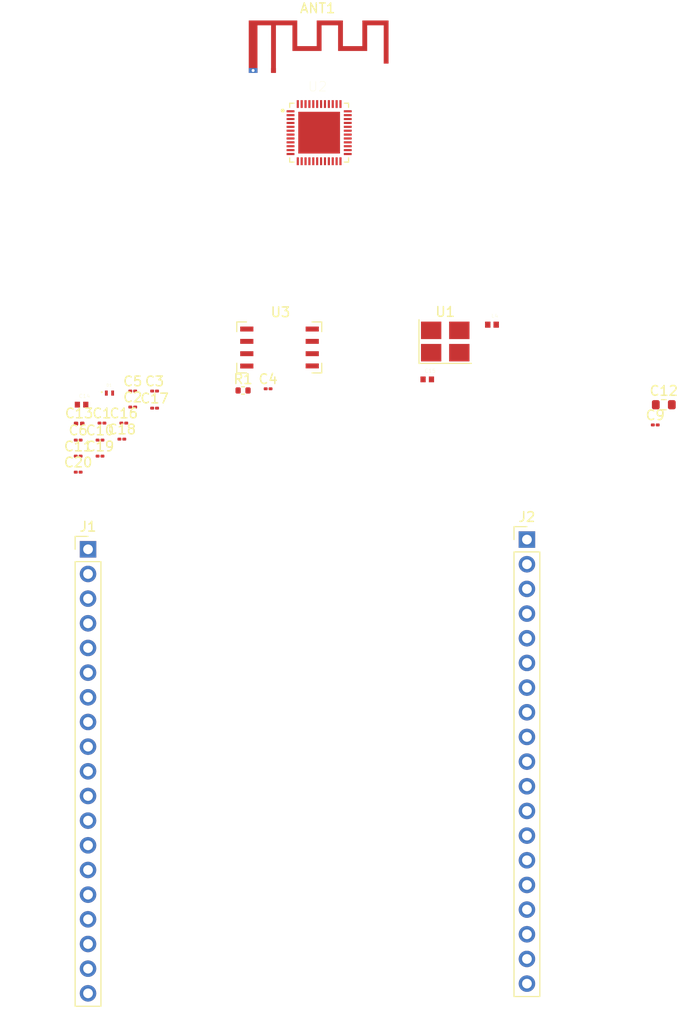
<source format=kicad_pcb>
(kicad_pcb (version 20171130) (host pcbnew 5.1.7-a382d34a8~88~ubuntu18.04.1)

  (general
    (thickness 1.6)
    (drawings 2)
    (tracks 0)
    (zones 0)
    (modules 27)
    (nets 49)
  )

  (page A4)
  (layers
    (0 F.Cu signal)
    (31 B.Cu signal)
    (32 B.Adhes user)
    (33 F.Adhes user)
    (34 B.Paste user hide)
    (35 F.Paste user)
    (36 B.SilkS user)
    (37 F.SilkS user)
    (38 B.Mask user)
    (39 F.Mask user)
    (40 Dwgs.User user)
    (41 Cmts.User user)
    (42 Eco1.User user)
    (43 Eco2.User user)
    (44 Edge.Cuts user)
    (45 Margin user)
    (46 B.CrtYd user)
    (47 F.CrtYd user)
    (48 B.Fab user)
    (49 F.Fab user)
  )

  (setup
    (last_trace_width 0.25)
    (trace_clearance 0.2)
    (zone_clearance 0.508)
    (zone_45_only no)
    (trace_min 0.2)
    (via_size 0.8)
    (via_drill 0.4)
    (via_min_size 0.4)
    (via_min_drill 0.3)
    (uvia_size 0.3)
    (uvia_drill 0.1)
    (uvias_allowed no)
    (uvia_min_size 0.2)
    (uvia_min_drill 0.1)
    (edge_width 0.05)
    (segment_width 0.2)
    (pcb_text_width 0.3)
    (pcb_text_size 1.5 1.5)
    (mod_edge_width 0.12)
    (mod_text_size 1 1)
    (mod_text_width 0.15)
    (pad_size 1.524 1.524)
    (pad_drill 0.762)
    (pad_to_mask_clearance 0)
    (aux_axis_origin 0 0)
    (visible_elements FFFFF77F)
    (pcbplotparams
      (layerselection 0x010fc_ffffffff)
      (usegerberextensions false)
      (usegerberattributes true)
      (usegerberadvancedattributes true)
      (creategerberjobfile true)
      (excludeedgelayer true)
      (linewidth 0.100000)
      (plotframeref false)
      (viasonmask false)
      (mode 1)
      (useauxorigin false)
      (hpglpennumber 1)
      (hpglpenspeed 20)
      (hpglpendiameter 15.000000)
      (psnegative false)
      (psa4output false)
      (plotreference true)
      (plotvalue true)
      (plotinvisibletext false)
      (padsonsilk false)
      (subtractmaskfromsilk false)
      (outputformat 1)
      (mirror false)
      (drillshape 1)
      (scaleselection 1)
      (outputdirectory ""))
  )

  (net 0 "")
  (net 1 GND)
  (net 2 "Net-(ANT1-Pad1)")
  (net 3 "Net-(C1-Pad2)")
  (net 4 "Net-(C2-Pad2)")
  (net 5 VDD)
  (net 6 "Net-(C5-Pad2)")
  (net 7 "Net-(C6-Pad2)")
  (net 8 "Net-(C14-Pad1)")
  (net 9 "Net-(C16-Pad1)")
  (net 10 "Net-(C16-Pad2)")
  (net 11 "Net-(C17-Pad2)")
  (net 12 "Net-(C17-Pad1)")
  (net 13 VDDA)
  (net 14 /CHIP_PU)
  (net 15 /SENSOR_VP)
  (net 16 /SENSOR_VN)
  (net 17 /GPIO34)
  (net 18 /GPIO35)
  (net 19 /GPIO32)
  (net 20 /GPIO33)
  (net 21 /GPIO25)
  (net 22 /GPIO26)
  (net 23 /GPIO27)
  (net 24 /GPIO14)
  (net 25 /GPIO12)
  (net 26 /GPIO13)
  (net 27 /SHDSD2)
  (net 28 /SWPSD3)
  (net 29 /SCSCMD)
  (net 30 /GPIO0)
  (net 31 /GPIO4)
  (net 32 /GPIO16)
  (net 33 /GPIO17)
  (net 34 /GPIO5)
  (net 35 /GPIO18)
  (net 36 /GPIO19)
  (net 37 "Net-(J2-Pad12)")
  (net 38 /GPIO21)
  (net 39 /U0RXD)
  (net 40 /U0TXD)
  (net 41 /GPIO22)
  (net 42 /GPIO23)
  (net 43 /GPIO2)
  (net 44 /GPIO15)
  (net 45 /SDISD1)
  (net 46 /SDOSD0)
  (net 47 /SCKCLK)
  (net 48 GNDREF)

  (net_class Default "This is the default net class."
    (clearance 0.2)
    (trace_width 0.25)
    (via_dia 0.8)
    (via_drill 0.4)
    (uvia_dia 0.3)
    (uvia_drill 0.1)
    (add_net /CHIP_PU)
    (add_net /GPIO0)
    (add_net /GPIO12)
    (add_net /GPIO13)
    (add_net /GPIO14)
    (add_net /GPIO15)
    (add_net /GPIO16)
    (add_net /GPIO17)
    (add_net /GPIO18)
    (add_net /GPIO19)
    (add_net /GPIO2)
    (add_net /GPIO21)
    (add_net /GPIO22)
    (add_net /GPIO23)
    (add_net /GPIO25)
    (add_net /GPIO26)
    (add_net /GPIO27)
    (add_net /GPIO32)
    (add_net /GPIO33)
    (add_net /GPIO34)
    (add_net /GPIO35)
    (add_net /GPIO4)
    (add_net /GPIO5)
    (add_net /SCKCLK)
    (add_net /SCSCMD)
    (add_net /SDISD1)
    (add_net /SDOSD0)
    (add_net /SENSOR_VN)
    (add_net /SENSOR_VP)
    (add_net /SHDSD2)
    (add_net /SWPSD3)
    (add_net /U0RXD)
    (add_net /U0TXD)
    (add_net GND)
    (add_net GNDREF)
    (add_net "Net-(ANT1-Pad1)")
    (add_net "Net-(C1-Pad2)")
    (add_net "Net-(C14-Pad1)")
    (add_net "Net-(C16-Pad1)")
    (add_net "Net-(C16-Pad2)")
    (add_net "Net-(C17-Pad1)")
    (add_net "Net-(C17-Pad2)")
    (add_net "Net-(C2-Pad2)")
    (add_net "Net-(C5-Pad2)")
    (add_net "Net-(C6-Pad2)")
    (add_net "Net-(J2-Pad12)")
    (add_net VDD)
    (add_net VDDA)
  )

  (module RF_Antenna:Texas_SWRA117D_2.4GHz_Right (layer F.Cu) (tedit 5996791A) (tstamp 60519C25)
    (at 295.9 -112.2)
    (descr http://www.ti.com/lit/an/swra117d/swra117d.pdf)
    (tags "PCB antenna")
    (path /605C29C7)
    (attr virtual)
    (fp_text reference ANT1 (at 4.55 -6.41) (layer F.SilkS)
      (effects (font (size 1 1) (thickness 0.15)))
    )
    (fp_text value PCB_ANT (at 4.55 1.21) (layer F.Fab)
      (effects (font (size 1 1) (thickness 0.15)))
    )
    (fp_poly (pts (xy 2.45 -2.51) (xy 4.45 -2.51) (xy 4.45 -5.15) (xy 7.15 -5.15)
      (xy 7.15 -2.51) (xy 9.15 -2.51) (xy 9.15 -5.15) (xy 11.85 -5.15)
      (xy 11.85 -0.71) (xy 11.35 -0.71) (xy 11.35 -4.65) (xy 9.65 -4.65)
      (xy 9.65 -2.01) (xy 6.65 -2.01) (xy 6.65 -4.65) (xy 4.95 -4.65)
      (xy 4.95 -2.01) (xy 1.95 -2.01) (xy 1.95 -4.65) (xy 0.25 -4.65)
      (xy 0.25 0.25) (xy -0.25 0.25) (xy -0.25 -4.65) (xy -1.65 -4.65)
      (xy -1.65 0.25) (xy -2.55 0.25) (xy -2.55 0.006785) (xy -2.247583 0.006785)
      (xy -2.237742 0.054395) (xy -2.213674 0.096797) (xy -2.175731 0.129581) (xy -2.167819 0.133935)
      (xy -2.125156 0.146043) (xy -2.076637 0.1453) (xy -2.031122 0.1324) (xy -2.012511 0.121787)
      (xy -1.978868 0.086553) (xy -1.958309 0.041368) (xy -1.951778 -0.008158) (xy -1.960218 -0.056417)
      (xy -1.977112 -0.088643) (xy -2.012372 -0.121313) (xy -2.057682 -0.141408) (xy -2.107267 -0.147982)
      (xy -2.155353 -0.140092) (xy -2.188245 -0.123186) (xy -2.223185 -0.086416) (xy -2.242847 -0.041622)
      (xy -2.247583 0.006785) (xy -2.55 0.006785) (xy -2.55 -5.15) (xy 2.45 -5.15)
      (xy 2.45 -2.51)) (layer F.Cu) (width 0))
    (fp_line (start -3.05 -5.45) (end 12.15 -5.45) (layer Dwgs.User) (width 0.15))
    (fp_line (start -3.05 -0.25) (end 12.15 -0.25) (layer Dwgs.User) (width 0.15))
    (fp_line (start -3.05 -0.25) (end -3.05 -5.45) (layer Dwgs.User) (width 0.15))
    (fp_line (start 12.15 -0.25) (end 12.15 -5.45) (layer Dwgs.User) (width 0.15))
    (fp_line (start -3.05 -5.45) (end 12.15 -0.25) (layer Dwgs.User) (width 0.15))
    (fp_line (start -3.05 -0.25) (end 12.15 -5.45) (layer Dwgs.User) (width 0.15))
    (fp_line (start -3.2 -5.6) (end 12.3 -5.6) (layer F.CrtYd) (width 0.05))
    (fp_line (start 12.3 -5.6) (end 12.3 0.35) (layer F.CrtYd) (width 0.05))
    (fp_line (start 12.3 0.35) (end -3.2 0.35) (layer F.CrtYd) (width 0.05))
    (fp_line (start -3.2 0.35) (end -3.2 -5.6) (layer F.CrtYd) (width 0.05))
    (fp_line (start 12.3 -5.6) (end 12.3 0.35) (layer F.Fab) (width 0.15))
    (fp_line (start -3.2 0.35) (end -3.2 -5.6) (layer F.Fab) (width 0.15))
    (fp_line (start 12.3 0.35) (end -3.2 0.35) (layer F.Fab) (width 0.15))
    (fp_line (start -3.2 -5.6) (end 12.3 -5.6) (layer F.Fab) (width 0.15))
    (fp_text user %R (at 4.55 -6.4) (layer F.Fab)
      (effects (font (size 1 1) (thickness 0.15)))
    )
    (pad 2 thru_hole rect (at -2.1 0) (size 0.9 0.5) (drill 0.3) (layers *.Cu)
      (net 1 GND) (zone_connect 2))
    (pad 1 connect rect (at 0 0) (size 0.5 0.5) (layers F.Cu)
      (net 2 "Net-(ANT1-Pad1)"))
  )

  (module Capacitor_SMD:C_01005_0402Metric (layer F.Cu) (tedit 5F68FEEE) (tstamp 60519C36)
    (at 278.235001 -75.894999)
    (descr "Capacitor SMD 01005 (0402 Metric), square (rectangular) end terminal, IPC_7351 nominal, (Body size source: http://www.vishay.com/docs/20056/crcw01005e3.pdf), generated with kicad-footprint-generator")
    (tags capacitor)
    (path /60497464)
    (attr smd)
    (fp_text reference C1 (at 0 -1) (layer F.SilkS)
      (effects (font (size 1 1) (thickness 0.15)))
    )
    (fp_text value 22pF (at 0 1) (layer F.Fab)
      (effects (font (size 1 1) (thickness 0.15)))
    )
    (fp_line (start 0.6 0.3) (end -0.6 0.3) (layer F.CrtYd) (width 0.05))
    (fp_line (start 0.6 -0.3) (end 0.6 0.3) (layer F.CrtYd) (width 0.05))
    (fp_line (start -0.6 -0.3) (end 0.6 -0.3) (layer F.CrtYd) (width 0.05))
    (fp_line (start -0.6 0.3) (end -0.6 -0.3) (layer F.CrtYd) (width 0.05))
    (fp_line (start 0.2 0.1) (end -0.2 0.1) (layer F.Fab) (width 0.1))
    (fp_line (start 0.2 -0.1) (end 0.2 0.1) (layer F.Fab) (width 0.1))
    (fp_line (start -0.2 -0.1) (end 0.2 -0.1) (layer F.Fab) (width 0.1))
    (fp_line (start -0.2 0.1) (end -0.2 -0.1) (layer F.Fab) (width 0.1))
    (fp_text user %R (at 0 -0.62) (layer F.Fab)
      (effects (font (size 0.25 0.25) (thickness 0.04)))
    )
    (pad 2 smd roundrect (at 0.25 0) (size 0.4 0.3) (layers F.Cu F.Mask) (roundrect_rratio 0.25)
      (net 3 "Net-(C1-Pad2)"))
    (pad 1 smd roundrect (at -0.25 0) (size 0.4 0.3) (layers F.Cu F.Mask) (roundrect_rratio 0.25)
      (net 1 GND))
    (pad "" smd roundrect (at 0.275 0) (size 0.27 0.27) (layers F.Paste) (roundrect_rratio 0.25))
    (pad "" smd roundrect (at -0.275 0) (size 0.27 0.27) (layers F.Paste) (roundrect_rratio 0.25))
    (model ${KISYS3DMOD}/Capacitor_SMD.3dshapes/C_01005_0402Metric.wrl
      (at (xyz 0 0 0))
      (scale (xyz 1 1 1))
      (rotate (xyz 0 0 0))
    )
  )

  (module Capacitor_SMD:C_01005_0402Metric (layer F.Cu) (tedit 5F68FEEE) (tstamp 60519C47)
    (at 281.405001 -77.544999)
    (descr "Capacitor SMD 01005 (0402 Metric), square (rectangular) end terminal, IPC_7351 nominal, (Body size source: http://www.vishay.com/docs/20056/crcw01005e3.pdf), generated with kicad-footprint-generator")
    (tags capacitor)
    (path /604A05DE)
    (attr smd)
    (fp_text reference C2 (at 0 -1) (layer F.SilkS)
      (effects (font (size 1 1) (thickness 0.15)))
    )
    (fp_text value 22pF (at 0 1) (layer F.Fab)
      (effects (font (size 1 1) (thickness 0.15)))
    )
    (fp_line (start 0.6 0.3) (end -0.6 0.3) (layer F.CrtYd) (width 0.05))
    (fp_line (start 0.6 -0.3) (end 0.6 0.3) (layer F.CrtYd) (width 0.05))
    (fp_line (start -0.6 -0.3) (end 0.6 -0.3) (layer F.CrtYd) (width 0.05))
    (fp_line (start -0.6 0.3) (end -0.6 -0.3) (layer F.CrtYd) (width 0.05))
    (fp_line (start 0.2 0.1) (end -0.2 0.1) (layer F.Fab) (width 0.1))
    (fp_line (start 0.2 -0.1) (end 0.2 0.1) (layer F.Fab) (width 0.1))
    (fp_line (start -0.2 -0.1) (end 0.2 -0.1) (layer F.Fab) (width 0.1))
    (fp_line (start -0.2 0.1) (end -0.2 -0.1) (layer F.Fab) (width 0.1))
    (fp_text user %R (at 0 -0.62) (layer F.Fab)
      (effects (font (size 0.25 0.25) (thickness 0.04)))
    )
    (pad 2 smd roundrect (at 0.25 0) (size 0.4 0.3) (layers F.Cu F.Mask) (roundrect_rratio 0.25)
      (net 4 "Net-(C2-Pad2)"))
    (pad 1 smd roundrect (at -0.25 0) (size 0.4 0.3) (layers F.Cu F.Mask) (roundrect_rratio 0.25)
      (net 1 GND))
    (pad "" smd roundrect (at 0.275 0) (size 0.27 0.27) (layers F.Paste) (roundrect_rratio 0.25))
    (pad "" smd roundrect (at -0.275 0) (size 0.27 0.27) (layers F.Paste) (roundrect_rratio 0.25))
    (model ${KISYS3DMOD}/Capacitor_SMD.3dshapes/C_01005_0402Metric.wrl
      (at (xyz 0 0 0))
      (scale (xyz 1 1 1))
      (rotate (xyz 0 0 0))
    )
  )

  (module Capacitor_SMD:C_01005_0402Metric (layer F.Cu) (tedit 5F68FEEE) (tstamp 60519C58)
    (at 283.655001 -79.194999)
    (descr "Capacitor SMD 01005 (0402 Metric), square (rectangular) end terminal, IPC_7351 nominal, (Body size source: http://www.vishay.com/docs/20056/crcw01005e3.pdf), generated with kicad-footprint-generator")
    (tags capacitor)
    (path /604C6281)
    (attr smd)
    (fp_text reference C3 (at 0 -1) (layer F.SilkS)
      (effects (font (size 1 1) (thickness 0.15)))
    )
    (fp_text value 100pF (at 0 1) (layer F.Fab)
      (effects (font (size 1 1) (thickness 0.15)))
    )
    (fp_line (start -0.2 0.1) (end -0.2 -0.1) (layer F.Fab) (width 0.1))
    (fp_line (start -0.2 -0.1) (end 0.2 -0.1) (layer F.Fab) (width 0.1))
    (fp_line (start 0.2 -0.1) (end 0.2 0.1) (layer F.Fab) (width 0.1))
    (fp_line (start 0.2 0.1) (end -0.2 0.1) (layer F.Fab) (width 0.1))
    (fp_line (start -0.6 0.3) (end -0.6 -0.3) (layer F.CrtYd) (width 0.05))
    (fp_line (start -0.6 -0.3) (end 0.6 -0.3) (layer F.CrtYd) (width 0.05))
    (fp_line (start 0.6 -0.3) (end 0.6 0.3) (layer F.CrtYd) (width 0.05))
    (fp_line (start 0.6 0.3) (end -0.6 0.3) (layer F.CrtYd) (width 0.05))
    (fp_text user %R (at 0 -0.62) (layer F.Fab)
      (effects (font (size 0.25 0.25) (thickness 0.04)))
    )
    (pad "" smd roundrect (at -0.275 0) (size 0.27 0.27) (layers F.Paste) (roundrect_rratio 0.25))
    (pad "" smd roundrect (at 0.275 0) (size 0.27 0.27) (layers F.Paste) (roundrect_rratio 0.25))
    (pad 1 smd roundrect (at -0.25 0) (size 0.4 0.3) (layers F.Cu F.Mask) (roundrect_rratio 0.25)
      (net 5 VDD))
    (pad 2 smd roundrect (at 0.25 0) (size 0.4 0.3) (layers F.Cu F.Mask) (roundrect_rratio 0.25)
      (net 1 GND))
    (model ${KISYS3DMOD}/Capacitor_SMD.3dshapes/C_01005_0402Metric.wrl
      (at (xyz 0 0 0))
      (scale (xyz 1 1 1))
      (rotate (xyz 0 0 0))
    )
  )

  (module Capacitor_SMD:C_01005_0402Metric (layer F.Cu) (tedit 5F68FEEE) (tstamp 60519C69)
    (at 295.345001 -79.424999)
    (descr "Capacitor SMD 01005 (0402 Metric), square (rectangular) end terminal, IPC_7351 nominal, (Body size source: http://www.vishay.com/docs/20056/crcw01005e3.pdf), generated with kicad-footprint-generator")
    (tags capacitor)
    (path /604B96F3)
    (attr smd)
    (fp_text reference C4 (at 0 -1) (layer F.SilkS)
      (effects (font (size 1 1) (thickness 0.15)))
    )
    (fp_text value 0.1uF (at 0 1) (layer F.Fab)
      (effects (font (size 1 1) (thickness 0.15)))
    )
    (fp_line (start -0.2 0.1) (end -0.2 -0.1) (layer F.Fab) (width 0.1))
    (fp_line (start -0.2 -0.1) (end 0.2 -0.1) (layer F.Fab) (width 0.1))
    (fp_line (start 0.2 -0.1) (end 0.2 0.1) (layer F.Fab) (width 0.1))
    (fp_line (start 0.2 0.1) (end -0.2 0.1) (layer F.Fab) (width 0.1))
    (fp_line (start -0.6 0.3) (end -0.6 -0.3) (layer F.CrtYd) (width 0.05))
    (fp_line (start -0.6 -0.3) (end 0.6 -0.3) (layer F.CrtYd) (width 0.05))
    (fp_line (start 0.6 -0.3) (end 0.6 0.3) (layer F.CrtYd) (width 0.05))
    (fp_line (start 0.6 0.3) (end -0.6 0.3) (layer F.CrtYd) (width 0.05))
    (fp_text user %R (at 0 -0.62) (layer F.Fab)
      (effects (font (size 0.25 0.25) (thickness 0.04)))
    )
    (pad "" smd roundrect (at -0.275 0) (size 0.27 0.27) (layers F.Paste) (roundrect_rratio 0.25))
    (pad "" smd roundrect (at 0.275 0) (size 0.27 0.27) (layers F.Paste) (roundrect_rratio 0.25))
    (pad 1 smd roundrect (at -0.25 0) (size 0.4 0.3) (layers F.Cu F.Mask) (roundrect_rratio 0.25)
      (net 1 GND))
    (pad 2 smd roundrect (at 0.25 0) (size 0.4 0.3) (layers F.Cu F.Mask) (roundrect_rratio 0.25)
      (net 5 VDD))
    (model ${KISYS3DMOD}/Capacitor_SMD.3dshapes/C_01005_0402Metric.wrl
      (at (xyz 0 0 0))
      (scale (xyz 1 1 1))
      (rotate (xyz 0 0 0))
    )
  )

  (module Capacitor_SMD:C_01005_0402Metric (layer F.Cu) (tedit 5F68FEEE) (tstamp 60519C7A)
    (at 281.405001 -79.194999)
    (descr "Capacitor SMD 01005 (0402 Metric), square (rectangular) end terminal, IPC_7351 nominal, (Body size source: http://www.vishay.com/docs/20056/crcw01005e3.pdf), generated with kicad-footprint-generator")
    (tags capacitor)
    (path /60477020)
    (attr smd)
    (fp_text reference C5 (at 0 -1) (layer F.SilkS)
      (effects (font (size 1 1) (thickness 0.15)))
    )
    (fp_text value 10nF (at 0 1) (layer F.Fab)
      (effects (font (size 1 1) (thickness 0.15)))
    )
    (fp_line (start -0.2 0.1) (end -0.2 -0.1) (layer F.Fab) (width 0.1))
    (fp_line (start -0.2 -0.1) (end 0.2 -0.1) (layer F.Fab) (width 0.1))
    (fp_line (start 0.2 -0.1) (end 0.2 0.1) (layer F.Fab) (width 0.1))
    (fp_line (start 0.2 0.1) (end -0.2 0.1) (layer F.Fab) (width 0.1))
    (fp_line (start -0.6 0.3) (end -0.6 -0.3) (layer F.CrtYd) (width 0.05))
    (fp_line (start -0.6 -0.3) (end 0.6 -0.3) (layer F.CrtYd) (width 0.05))
    (fp_line (start 0.6 -0.3) (end 0.6 0.3) (layer F.CrtYd) (width 0.05))
    (fp_line (start 0.6 0.3) (end -0.6 0.3) (layer F.CrtYd) (width 0.05))
    (fp_text user %R (at 0 -0.62) (layer F.Fab)
      (effects (font (size 0.25 0.25) (thickness 0.04)))
    )
    (pad "" smd roundrect (at -0.275 0) (size 0.27 0.27) (layers F.Paste) (roundrect_rratio 0.25))
    (pad "" smd roundrect (at 0.275 0) (size 0.27 0.27) (layers F.Paste) (roundrect_rratio 0.25))
    (pad 1 smd roundrect (at -0.25 0) (size 0.4 0.3) (layers F.Cu F.Mask) (roundrect_rratio 0.25)
      (net 1 GND))
    (pad 2 smd roundrect (at 0.25 0) (size 0.4 0.3) (layers F.Cu F.Mask) (roundrect_rratio 0.25)
      (net 6 "Net-(C5-Pad2)"))
    (model ${KISYS3DMOD}/Capacitor_SMD.3dshapes/C_01005_0402Metric.wrl
      (at (xyz 0 0 0))
      (scale (xyz 1 1 1))
      (rotate (xyz 0 0 0))
    )
  )

  (module Capacitor_SMD:C_01005_0402Metric (layer F.Cu) (tedit 5F68FEEE) (tstamp 60519C8B)
    (at 275.785001 -74.144999)
    (descr "Capacitor SMD 01005 (0402 Metric), square (rectangular) end terminal, IPC_7351 nominal, (Body size source: http://www.vishay.com/docs/20056/crcw01005e3.pdf), generated with kicad-footprint-generator")
    (tags capacitor)
    (path /6047E157)
    (attr smd)
    (fp_text reference C6 (at 0 -1) (layer F.SilkS)
      (effects (font (size 1 1) (thickness 0.15)))
    )
    (fp_text value 3.3nF (at 0 1) (layer F.Fab)
      (effects (font (size 1 1) (thickness 0.15)))
    )
    (fp_line (start -0.2 0.1) (end -0.2 -0.1) (layer F.Fab) (width 0.1))
    (fp_line (start -0.2 -0.1) (end 0.2 -0.1) (layer F.Fab) (width 0.1))
    (fp_line (start 0.2 -0.1) (end 0.2 0.1) (layer F.Fab) (width 0.1))
    (fp_line (start 0.2 0.1) (end -0.2 0.1) (layer F.Fab) (width 0.1))
    (fp_line (start -0.6 0.3) (end -0.6 -0.3) (layer F.CrtYd) (width 0.05))
    (fp_line (start -0.6 -0.3) (end 0.6 -0.3) (layer F.CrtYd) (width 0.05))
    (fp_line (start 0.6 -0.3) (end 0.6 0.3) (layer F.CrtYd) (width 0.05))
    (fp_line (start 0.6 0.3) (end -0.6 0.3) (layer F.CrtYd) (width 0.05))
    (fp_text user %R (at 0 -0.62) (layer F.Fab)
      (effects (font (size 0.25 0.25) (thickness 0.04)))
    )
    (pad "" smd roundrect (at -0.275 0) (size 0.27 0.27) (layers F.Paste) (roundrect_rratio 0.25))
    (pad "" smd roundrect (at 0.275 0) (size 0.27 0.27) (layers F.Paste) (roundrect_rratio 0.25))
    (pad 1 smd roundrect (at -0.25 0) (size 0.4 0.3) (layers F.Cu F.Mask) (roundrect_rratio 0.25)
      (net 6 "Net-(C5-Pad2)"))
    (pad 2 smd roundrect (at 0.25 0) (size 0.4 0.3) (layers F.Cu F.Mask) (roundrect_rratio 0.25)
      (net 7 "Net-(C6-Pad2)"))
    (model ${KISYS3DMOD}/Capacitor_SMD.3dshapes/C_01005_0402Metric.wrl
      (at (xyz 0 0 0))
      (scale (xyz 1 1 1))
      (rotate (xyz 0 0 0))
    )
  )

  (module Capacitor_SMD:C_01005_0402Metric (layer F.Cu) (tedit 5F68FEEE) (tstamp 60519C9C)
    (at 335.215001 -75.704999)
    (descr "Capacitor SMD 01005 (0402 Metric), square (rectangular) end terminal, IPC_7351 nominal, (Body size source: http://www.vishay.com/docs/20056/crcw01005e3.pdf), generated with kicad-footprint-generator")
    (tags capacitor)
    (path /604D106C)
    (attr smd)
    (fp_text reference C9 (at 0 -1) (layer F.SilkS)
      (effects (font (size 1 1) (thickness 0.15)))
    )
    (fp_text value 0.1uF (at 0 1) (layer F.Fab)
      (effects (font (size 1 1) (thickness 0.15)))
    )
    (fp_line (start 0.6 0.3) (end -0.6 0.3) (layer F.CrtYd) (width 0.05))
    (fp_line (start 0.6 -0.3) (end 0.6 0.3) (layer F.CrtYd) (width 0.05))
    (fp_line (start -0.6 -0.3) (end 0.6 -0.3) (layer F.CrtYd) (width 0.05))
    (fp_line (start -0.6 0.3) (end -0.6 -0.3) (layer F.CrtYd) (width 0.05))
    (fp_line (start 0.2 0.1) (end -0.2 0.1) (layer F.Fab) (width 0.1))
    (fp_line (start 0.2 -0.1) (end 0.2 0.1) (layer F.Fab) (width 0.1))
    (fp_line (start -0.2 -0.1) (end 0.2 -0.1) (layer F.Fab) (width 0.1))
    (fp_line (start -0.2 0.1) (end -0.2 -0.1) (layer F.Fab) (width 0.1))
    (fp_text user %R (at 0 -0.62) (layer F.Fab)
      (effects (font (size 0.25 0.25) (thickness 0.04)))
    )
    (pad 2 smd roundrect (at 0.25 0) (size 0.4 0.3) (layers F.Cu F.Mask) (roundrect_rratio 0.25)
      (net 1 GND))
    (pad 1 smd roundrect (at -0.25 0) (size 0.4 0.3) (layers F.Cu F.Mask) (roundrect_rratio 0.25)
      (net 5 VDD))
    (pad "" smd roundrect (at 0.275 0) (size 0.27 0.27) (layers F.Paste) (roundrect_rratio 0.25))
    (pad "" smd roundrect (at -0.275 0) (size 0.27 0.27) (layers F.Paste) (roundrect_rratio 0.25))
    (model ${KISYS3DMOD}/Capacitor_SMD.3dshapes/C_01005_0402Metric.wrl
      (at (xyz 0 0 0))
      (scale (xyz 1 1 1))
      (rotate (xyz 0 0 0))
    )
  )

  (module Capacitor_SMD:C_01005_0402Metric (layer F.Cu) (tedit 5F68FEEE) (tstamp 60519CAD)
    (at 278.035001 -74.144999)
    (descr "Capacitor SMD 01005 (0402 Metric), square (rectangular) end terminal, IPC_7351 nominal, (Body size source: http://www.vishay.com/docs/20056/crcw01005e3.pdf), generated with kicad-footprint-generator")
    (tags capacitor)
    (path /60580FCB)
    (attr smd)
    (fp_text reference C10 (at 0 -1) (layer F.SilkS)
      (effects (font (size 1 1) (thickness 0.15)))
    )
    (fp_text value 0.1uF (at 0 1) (layer F.Fab)
      (effects (font (size 1 1) (thickness 0.15)))
    )
    (fp_line (start -0.2 0.1) (end -0.2 -0.1) (layer F.Fab) (width 0.1))
    (fp_line (start -0.2 -0.1) (end 0.2 -0.1) (layer F.Fab) (width 0.1))
    (fp_line (start 0.2 -0.1) (end 0.2 0.1) (layer F.Fab) (width 0.1))
    (fp_line (start 0.2 0.1) (end -0.2 0.1) (layer F.Fab) (width 0.1))
    (fp_line (start -0.6 0.3) (end -0.6 -0.3) (layer F.CrtYd) (width 0.05))
    (fp_line (start -0.6 -0.3) (end 0.6 -0.3) (layer F.CrtYd) (width 0.05))
    (fp_line (start 0.6 -0.3) (end 0.6 0.3) (layer F.CrtYd) (width 0.05))
    (fp_line (start 0.6 0.3) (end -0.6 0.3) (layer F.CrtYd) (width 0.05))
    (fp_text user %R (at 0 -0.62) (layer F.Fab)
      (effects (font (size 0.25 0.25) (thickness 0.04)))
    )
    (pad "" smd roundrect (at -0.275 0) (size 0.27 0.27) (layers F.Paste) (roundrect_rratio 0.25))
    (pad "" smd roundrect (at 0.275 0) (size 0.27 0.27) (layers F.Paste) (roundrect_rratio 0.25))
    (pad 1 smd roundrect (at -0.25 0) (size 0.4 0.3) (layers F.Cu F.Mask) (roundrect_rratio 0.25)
      (net 5 VDD))
    (pad 2 smd roundrect (at 0.25 0) (size 0.4 0.3) (layers F.Cu F.Mask) (roundrect_rratio 0.25)
      (net 1 GND))
    (model ${KISYS3DMOD}/Capacitor_SMD.3dshapes/C_01005_0402Metric.wrl
      (at (xyz 0 0 0))
      (scale (xyz 1 1 1))
      (rotate (xyz 0 0 0))
    )
  )

  (module Capacitor_SMD:C_01005_0402Metric (layer F.Cu) (tedit 5F68FEEE) (tstamp 60519CBE)
    (at 275.785001 -72.494999)
    (descr "Capacitor SMD 01005 (0402 Metric), square (rectangular) end terminal, IPC_7351 nominal, (Body size source: http://www.vishay.com/docs/20056/crcw01005e3.pdf), generated with kicad-footprint-generator")
    (tags capacitor)
    (path /60584664)
    (attr smd)
    (fp_text reference C11 (at 0 -1) (layer F.SilkS)
      (effects (font (size 1 1) (thickness 0.15)))
    )
    (fp_text value 1uF (at 0 1) (layer F.Fab)
      (effects (font (size 1 1) (thickness 0.15)))
    )
    (fp_line (start 0.6 0.3) (end -0.6 0.3) (layer F.CrtYd) (width 0.05))
    (fp_line (start 0.6 -0.3) (end 0.6 0.3) (layer F.CrtYd) (width 0.05))
    (fp_line (start -0.6 -0.3) (end 0.6 -0.3) (layer F.CrtYd) (width 0.05))
    (fp_line (start -0.6 0.3) (end -0.6 -0.3) (layer F.CrtYd) (width 0.05))
    (fp_line (start 0.2 0.1) (end -0.2 0.1) (layer F.Fab) (width 0.1))
    (fp_line (start 0.2 -0.1) (end 0.2 0.1) (layer F.Fab) (width 0.1))
    (fp_line (start -0.2 -0.1) (end 0.2 -0.1) (layer F.Fab) (width 0.1))
    (fp_line (start -0.2 0.1) (end -0.2 -0.1) (layer F.Fab) (width 0.1))
    (fp_text user %R (at 0 -0.62) (layer F.Fab)
      (effects (font (size 0.25 0.25) (thickness 0.04)))
    )
    (pad 2 smd roundrect (at 0.25 0) (size 0.4 0.3) (layers F.Cu F.Mask) (roundrect_rratio 0.25)
      (net 1 GND))
    (pad 1 smd roundrect (at -0.25 0) (size 0.4 0.3) (layers F.Cu F.Mask) (roundrect_rratio 0.25)
      (net 5 VDD))
    (pad "" smd roundrect (at 0.275 0) (size 0.27 0.27) (layers F.Paste) (roundrect_rratio 0.25))
    (pad "" smd roundrect (at -0.275 0) (size 0.27 0.27) (layers F.Paste) (roundrect_rratio 0.25))
    (model ${KISYS3DMOD}/Capacitor_SMD.3dshapes/C_01005_0402Metric.wrl
      (at (xyz 0 0 0))
      (scale (xyz 1 1 1))
      (rotate (xyz 0 0 0))
    )
  )

  (module Resistor_SMD:R_0603_1608Metric (layer F.Cu) (tedit 5F68FEEE) (tstamp 60519CCF)
    (at 336.095001 -77.784999)
    (descr "Resistor SMD 0603 (1608 Metric), square (rectangular) end terminal, IPC_7351 nominal, (Body size source: IPC-SM-782 page 72, https://www.pcb-3d.com/wordpress/wp-content/uploads/ipc-sm-782a_amendment_1_and_2.pdf), generated with kicad-footprint-generator")
    (tags resistor)
    (path /60582595)
    (attr smd)
    (fp_text reference C12 (at 0 -1.43) (layer F.SilkS)
      (effects (font (size 1 1) (thickness 0.15)))
    )
    (fp_text value NC (at 0 1.43) (layer F.Fab)
      (effects (font (size 1 1) (thickness 0.15)))
    )
    (fp_line (start -0.8 0.4125) (end -0.8 -0.4125) (layer F.Fab) (width 0.1))
    (fp_line (start -0.8 -0.4125) (end 0.8 -0.4125) (layer F.Fab) (width 0.1))
    (fp_line (start 0.8 -0.4125) (end 0.8 0.4125) (layer F.Fab) (width 0.1))
    (fp_line (start 0.8 0.4125) (end -0.8 0.4125) (layer F.Fab) (width 0.1))
    (fp_line (start -0.237258 -0.5225) (end 0.237258 -0.5225) (layer F.SilkS) (width 0.12))
    (fp_line (start -0.237258 0.5225) (end 0.237258 0.5225) (layer F.SilkS) (width 0.12))
    (fp_line (start -1.48 0.73) (end -1.48 -0.73) (layer F.CrtYd) (width 0.05))
    (fp_line (start -1.48 -0.73) (end 1.48 -0.73) (layer F.CrtYd) (width 0.05))
    (fp_line (start 1.48 -0.73) (end 1.48 0.73) (layer F.CrtYd) (width 0.05))
    (fp_line (start 1.48 0.73) (end -1.48 0.73) (layer F.CrtYd) (width 0.05))
    (fp_text user %R (at 0 0) (layer F.Fab)
      (effects (font (size 0.4 0.4) (thickness 0.06)))
    )
    (pad 1 smd roundrect (at -0.825 0) (size 0.8 0.95) (layers F.Cu F.Paste F.Mask) (roundrect_rratio 0.25)
      (net 5 VDD))
    (pad 2 smd roundrect (at 0.825 0) (size 0.8 0.95) (layers F.Cu F.Paste F.Mask) (roundrect_rratio 0.25)
      (net 1 GND))
    (model ${KISYS3DMOD}/Resistor_SMD.3dshapes/R_0603_1608Metric.wrl
      (at (xyz 0 0 0))
      (scale (xyz 1 1 1))
      (rotate (xyz 0 0 0))
    )
  )

  (module Capacitor_SMD:C_0201_0603Metric (layer F.Cu) (tedit 5F68FEEE) (tstamp 60519CE0)
    (at 275.885001 -75.844999)
    (descr "Capacitor SMD 0201 (0603 Metric), square (rectangular) end terminal, IPC_7351 nominal, (Body size source: https://www.vishay.com/docs/20052/crcw0201e3.pdf), generated with kicad-footprint-generator")
    (tags capacitor)
    (path /60581E17)
    (attr smd)
    (fp_text reference C13 (at 0 -1.05) (layer F.SilkS)
      (effects (font (size 1 1) (thickness 0.15)))
    )
    (fp_text value 10uF (at 0 1.05) (layer F.Fab)
      (effects (font (size 1 1) (thickness 0.15)))
    )
    (fp_line (start -0.3 0.15) (end -0.3 -0.15) (layer F.Fab) (width 0.1))
    (fp_line (start -0.3 -0.15) (end 0.3 -0.15) (layer F.Fab) (width 0.1))
    (fp_line (start 0.3 -0.15) (end 0.3 0.15) (layer F.Fab) (width 0.1))
    (fp_line (start 0.3 0.15) (end -0.3 0.15) (layer F.Fab) (width 0.1))
    (fp_line (start -0.7 0.35) (end -0.7 -0.35) (layer F.CrtYd) (width 0.05))
    (fp_line (start -0.7 -0.35) (end 0.7 -0.35) (layer F.CrtYd) (width 0.05))
    (fp_line (start 0.7 -0.35) (end 0.7 0.35) (layer F.CrtYd) (width 0.05))
    (fp_line (start 0.7 0.35) (end -0.7 0.35) (layer F.CrtYd) (width 0.05))
    (fp_text user %R (at 0 -0.68) (layer F.Fab)
      (effects (font (size 0.25 0.25) (thickness 0.04)))
    )
    (pad "" smd roundrect (at -0.345 0) (size 0.318 0.36) (layers F.Paste) (roundrect_rratio 0.25))
    (pad "" smd roundrect (at 0.345 0) (size 0.318 0.36) (layers F.Paste) (roundrect_rratio 0.25))
    (pad 1 smd roundrect (at -0.32 0) (size 0.46 0.4) (layers F.Cu F.Mask) (roundrect_rratio 0.25)
      (net 5 VDD))
    (pad 2 smd roundrect (at 0.32 0) (size 0.46 0.4) (layers F.Cu F.Mask) (roundrect_rratio 0.25)
      (net 1 GND))
    (model ${KISYS3DMOD}/Capacitor_SMD.3dshapes/C_0201_0603Metric.wrl
      (at (xyz 0 0 0))
      (scale (xyz 1 1 1))
      (rotate (xyz 0 0 0))
    )
  )

  (module esp32_dev_board:C14_GRM1555C1H4R7BA01D (layer F.Cu) (tedit 604B53DF) (tstamp 60519CEE)
    (at 276.135001 -77.794999)
    (path /605B311E)
    (fp_text reference C14 (at 0.3 -0.88) (layer F.SilkS)
      (effects (font (size 0.393701 0.393701) (thickness 0.015)))
    )
    (fp_text value 4.7pF (at 2.05 0.88) (layer F.Fab)
      (effects (font (size 0.393701 0.393701) (thickness 0.015)))
    )
    (fp_line (start 0.53 0.28) (end -0.53 0.28) (layer F.Fab) (width 0.127))
    (fp_line (start 0.53 -0.28) (end -0.53 -0.28) (layer F.Fab) (width 0.127))
    (fp_line (start 0.53 0.28) (end 0.53 -0.28) (layer F.Fab) (width 0.127))
    (fp_line (start -0.53 0.28) (end -0.53 -0.28) (layer F.Fab) (width 0.127))
    (fp_line (start -0.95 0.55) (end 0.95 0.55) (layer F.CrtYd) (width 0.05))
    (fp_line (start -0.95 -0.55) (end 0.95 -0.55) (layer F.CrtYd) (width 0.05))
    (fp_line (start -0.95 0.55) (end -0.95 -0.55) (layer F.CrtYd) (width 0.05))
    (fp_line (start 0.95 0.55) (end 0.95 -0.55) (layer F.CrtYd) (width 0.05))
    (pad 2 smd rect (at 0.432 0) (size 0.54 0.6) (layers F.Cu F.Paste F.Mask)
      (net 2 "Net-(ANT1-Pad1)"))
    (pad 1 smd rect (at -0.432 0) (size 0.54 0.6) (layers F.Cu F.Paste F.Mask)
      (net 8 "Net-(C14-Pad1)"))
  )

  (module esp32_dev_board:C15_GRM1555C1H2R4CA01D (layer F.Cu) (tedit 604B49C4) (tstamp 60519CFC)
    (at 311.735001 -80.394999)
    (path /605BBC0A)
    (fp_text reference C15 (at 0.3 -0.88) (layer F.SilkS)
      (effects (font (size 0.393701 0.393701) (thickness 0.015)))
    )
    (fp_text value 2.4pF (at 2.05 0.88) (layer F.Fab)
      (effects (font (size 0.393701 0.393701) (thickness 0.015)))
    )
    (fp_line (start 0.53 0.28) (end -0.53 0.28) (layer F.Fab) (width 0.127))
    (fp_line (start 0.53 -0.28) (end -0.53 -0.28) (layer F.Fab) (width 0.127))
    (fp_line (start 0.53 0.28) (end 0.53 -0.28) (layer F.Fab) (width 0.127))
    (fp_line (start -0.53 0.28) (end -0.53 -0.28) (layer F.Fab) (width 0.127))
    (fp_line (start -0.95 0.55) (end 0.95 0.55) (layer F.CrtYd) (width 0.05))
    (fp_line (start -0.95 -0.55) (end 0.95 -0.55) (layer F.CrtYd) (width 0.05))
    (fp_line (start -0.95 0.55) (end -0.95 -0.55) (layer F.CrtYd) (width 0.05))
    (fp_line (start 0.95 0.55) (end 0.95 -0.55) (layer F.CrtYd) (width 0.05))
    (pad 2 smd rect (at 0.432 0) (size 0.54 0.6) (layers F.Cu F.Paste F.Mask)
      (net 2 "Net-(ANT1-Pad1)"))
    (pad 1 smd rect (at -0.432 0) (size 0.54 0.6) (layers F.Cu F.Paste F.Mask)
      (net 1 GND))
  )

  (module Capacitor_SMD:C_01005_0402Metric (layer F.Cu) (tedit 5F68FEEE) (tstamp 60519D0D)
    (at 280.485001 -75.894999)
    (descr "Capacitor SMD 01005 (0402 Metric), square (rectangular) end terminal, IPC_7351 nominal, (Body size source: http://www.vishay.com/docs/20056/crcw01005e3.pdf), generated with kicad-footprint-generator")
    (tags capacitor)
    (path /605F1EC5)
    (attr smd)
    (fp_text reference C16 (at 0 -1) (layer F.SilkS)
      (effects (font (size 1 1) (thickness 0.15)))
    )
    (fp_text value 270pF (at 0 1) (layer F.Fab)
      (effects (font (size 1 1) (thickness 0.15)))
    )
    (fp_line (start -0.2 0.1) (end -0.2 -0.1) (layer F.Fab) (width 0.1))
    (fp_line (start -0.2 -0.1) (end 0.2 -0.1) (layer F.Fab) (width 0.1))
    (fp_line (start 0.2 -0.1) (end 0.2 0.1) (layer F.Fab) (width 0.1))
    (fp_line (start 0.2 0.1) (end -0.2 0.1) (layer F.Fab) (width 0.1))
    (fp_line (start -0.6 0.3) (end -0.6 -0.3) (layer F.CrtYd) (width 0.05))
    (fp_line (start -0.6 -0.3) (end 0.6 -0.3) (layer F.CrtYd) (width 0.05))
    (fp_line (start 0.6 -0.3) (end 0.6 0.3) (layer F.CrtYd) (width 0.05))
    (fp_line (start 0.6 0.3) (end -0.6 0.3) (layer F.CrtYd) (width 0.05))
    (fp_text user %R (at 0 -0.62) (layer F.Fab)
      (effects (font (size 0.25 0.25) (thickness 0.04)))
    )
    (pad "" smd roundrect (at -0.275 0) (size 0.27 0.27) (layers F.Paste) (roundrect_rratio 0.25))
    (pad "" smd roundrect (at 0.275 0) (size 0.27 0.27) (layers F.Paste) (roundrect_rratio 0.25))
    (pad 1 smd roundrect (at -0.25 0) (size 0.4 0.3) (layers F.Cu F.Mask) (roundrect_rratio 0.25)
      (net 9 "Net-(C16-Pad1)"))
    (pad 2 smd roundrect (at 0.25 0) (size 0.4 0.3) (layers F.Cu F.Mask) (roundrect_rratio 0.25)
      (net 10 "Net-(C16-Pad2)"))
    (model ${KISYS3DMOD}/Capacitor_SMD.3dshapes/C_01005_0402Metric.wrl
      (at (xyz 0 0 0))
      (scale (xyz 1 1 1))
      (rotate (xyz 0 0 0))
    )
  )

  (module Capacitor_SMD:C_01005_0402Metric (layer F.Cu) (tedit 5F68FEEE) (tstamp 60519D1E)
    (at 283.655001 -77.434999)
    (descr "Capacitor SMD 01005 (0402 Metric), square (rectangular) end terminal, IPC_7351 nominal, (Body size source: http://www.vishay.com/docs/20056/crcw01005e3.pdf), generated with kicad-footprint-generator")
    (tags capacitor)
    (path /605FB793)
    (attr smd)
    (fp_text reference C17 (at 0 -1) (layer F.SilkS)
      (effects (font (size 1 1) (thickness 0.15)))
    )
    (fp_text value 270pF (at 0 1) (layer F.Fab)
      (effects (font (size 1 1) (thickness 0.15)))
    )
    (fp_line (start 0.6 0.3) (end -0.6 0.3) (layer F.CrtYd) (width 0.05))
    (fp_line (start 0.6 -0.3) (end 0.6 0.3) (layer F.CrtYd) (width 0.05))
    (fp_line (start -0.6 -0.3) (end 0.6 -0.3) (layer F.CrtYd) (width 0.05))
    (fp_line (start -0.6 0.3) (end -0.6 -0.3) (layer F.CrtYd) (width 0.05))
    (fp_line (start 0.2 0.1) (end -0.2 0.1) (layer F.Fab) (width 0.1))
    (fp_line (start 0.2 -0.1) (end 0.2 0.1) (layer F.Fab) (width 0.1))
    (fp_line (start -0.2 -0.1) (end 0.2 -0.1) (layer F.Fab) (width 0.1))
    (fp_line (start -0.2 0.1) (end -0.2 -0.1) (layer F.Fab) (width 0.1))
    (fp_text user %R (at 0 -0.62) (layer F.Fab)
      (effects (font (size 0.25 0.25) (thickness 0.04)))
    )
    (pad 2 smd roundrect (at 0.25 0) (size 0.4 0.3) (layers F.Cu F.Mask) (roundrect_rratio 0.25)
      (net 11 "Net-(C17-Pad2)"))
    (pad 1 smd roundrect (at -0.25 0) (size 0.4 0.3) (layers F.Cu F.Mask) (roundrect_rratio 0.25)
      (net 12 "Net-(C17-Pad1)"))
    (pad "" smd roundrect (at 0.275 0) (size 0.27 0.27) (layers F.Paste) (roundrect_rratio 0.25))
    (pad "" smd roundrect (at -0.275 0) (size 0.27 0.27) (layers F.Paste) (roundrect_rratio 0.25))
    (model ${KISYS3DMOD}/Capacitor_SMD.3dshapes/C_01005_0402Metric.wrl
      (at (xyz 0 0 0))
      (scale (xyz 1 1 1))
      (rotate (xyz 0 0 0))
    )
  )

  (module Capacitor_SMD:C_01005_0402Metric (layer F.Cu) (tedit 5F68FEEE) (tstamp 60519D2F)
    (at 280.285001 -74.244999)
    (descr "Capacitor SMD 01005 (0402 Metric), square (rectangular) end terminal, IPC_7351 nominal, (Body size source: http://www.vishay.com/docs/20056/crcw01005e3.pdf), generated with kicad-footprint-generator")
    (tags capacitor)
    (path /6070285E)
    (attr smd)
    (fp_text reference C18 (at 0 -1) (layer F.SilkS)
      (effects (font (size 1 1) (thickness 0.15)))
    )
    (fp_text value 1uF (at 0 1) (layer F.Fab)
      (effects (font (size 1 1) (thickness 0.15)))
    )
    (fp_line (start -0.2 0.1) (end -0.2 -0.1) (layer F.Fab) (width 0.1))
    (fp_line (start -0.2 -0.1) (end 0.2 -0.1) (layer F.Fab) (width 0.1))
    (fp_line (start 0.2 -0.1) (end 0.2 0.1) (layer F.Fab) (width 0.1))
    (fp_line (start 0.2 0.1) (end -0.2 0.1) (layer F.Fab) (width 0.1))
    (fp_line (start -0.6 0.3) (end -0.6 -0.3) (layer F.CrtYd) (width 0.05))
    (fp_line (start -0.6 -0.3) (end 0.6 -0.3) (layer F.CrtYd) (width 0.05))
    (fp_line (start 0.6 -0.3) (end 0.6 0.3) (layer F.CrtYd) (width 0.05))
    (fp_line (start 0.6 0.3) (end -0.6 0.3) (layer F.CrtYd) (width 0.05))
    (fp_text user %R (at 0 -0.62) (layer F.Fab)
      (effects (font (size 0.25 0.25) (thickness 0.04)))
    )
    (pad "" smd roundrect (at -0.275 0) (size 0.27 0.27) (layers F.Paste) (roundrect_rratio 0.25))
    (pad "" smd roundrect (at 0.275 0) (size 0.27 0.27) (layers F.Paste) (roundrect_rratio 0.25))
    (pad 1 smd roundrect (at -0.25 0) (size 0.4 0.3) (layers F.Cu F.Mask) (roundrect_rratio 0.25)
      (net 1 GND))
    (pad 2 smd roundrect (at 0.25 0) (size 0.4 0.3) (layers F.Cu F.Mask) (roundrect_rratio 0.25)
      (net 13 VDDA))
    (model ${KISYS3DMOD}/Capacitor_SMD.3dshapes/C_01005_0402Metric.wrl
      (at (xyz 0 0 0))
      (scale (xyz 1 1 1))
      (rotate (xyz 0 0 0))
    )
  )

  (module Capacitor_SMD:C_01005_0402Metric (layer F.Cu) (tedit 5F68FEEE) (tstamp 60519D40)
    (at 278.035001 -72.494999)
    (descr "Capacitor SMD 01005 (0402 Metric), square (rectangular) end terminal, IPC_7351 nominal, (Body size source: http://www.vishay.com/docs/20056/crcw01005e3.pdf), generated with kicad-footprint-generator")
    (tags capacitor)
    (path /6072AF0B)
    (attr smd)
    (fp_text reference C19 (at 0 -1) (layer F.SilkS)
      (effects (font (size 1 1) (thickness 0.15)))
    )
    (fp_text value 0.1uF (at 0 1) (layer F.Fab)
      (effects (font (size 1 1) (thickness 0.15)))
    )
    (fp_line (start 0.6 0.3) (end -0.6 0.3) (layer F.CrtYd) (width 0.05))
    (fp_line (start 0.6 -0.3) (end 0.6 0.3) (layer F.CrtYd) (width 0.05))
    (fp_line (start -0.6 -0.3) (end 0.6 -0.3) (layer F.CrtYd) (width 0.05))
    (fp_line (start -0.6 0.3) (end -0.6 -0.3) (layer F.CrtYd) (width 0.05))
    (fp_line (start 0.2 0.1) (end -0.2 0.1) (layer F.Fab) (width 0.1))
    (fp_line (start 0.2 -0.1) (end 0.2 0.1) (layer F.Fab) (width 0.1))
    (fp_line (start -0.2 -0.1) (end 0.2 -0.1) (layer F.Fab) (width 0.1))
    (fp_line (start -0.2 0.1) (end -0.2 -0.1) (layer F.Fab) (width 0.1))
    (fp_text user %R (at 0 -0.62) (layer F.Fab)
      (effects (font (size 0.25 0.25) (thickness 0.04)))
    )
    (pad 2 smd roundrect (at 0.25 0) (size 0.4 0.3) (layers F.Cu F.Mask) (roundrect_rratio 0.25)
      (net 5 VDD))
    (pad 1 smd roundrect (at -0.25 0) (size 0.4 0.3) (layers F.Cu F.Mask) (roundrect_rratio 0.25)
      (net 1 GND))
    (pad "" smd roundrect (at 0.275 0) (size 0.27 0.27) (layers F.Paste) (roundrect_rratio 0.25))
    (pad "" smd roundrect (at -0.275 0) (size 0.27 0.27) (layers F.Paste) (roundrect_rratio 0.25))
    (model ${KISYS3DMOD}/Capacitor_SMD.3dshapes/C_01005_0402Metric.wrl
      (at (xyz 0 0 0))
      (scale (xyz 1 1 1))
      (rotate (xyz 0 0 0))
    )
  )

  (module Capacitor_SMD:C_01005_0402Metric (layer F.Cu) (tedit 5F68FEEE) (tstamp 60519D51)
    (at 275.785001 -70.844999)
    (descr "Capacitor SMD 01005 (0402 Metric), square (rectangular) end terminal, IPC_7351 nominal, (Body size source: http://www.vishay.com/docs/20056/crcw01005e3.pdf), generated with kicad-footprint-generator")
    (tags capacitor)
    (path /604C55E1)
    (attr smd)
    (fp_text reference C20 (at 0 -1) (layer F.SilkS)
      (effects (font (size 1 1) (thickness 0.15)))
    )
    (fp_text value 1uF (at 0 1) (layer F.Fab)
      (effects (font (size 1 1) (thickness 0.15)))
    )
    (fp_line (start 0.6 0.3) (end -0.6 0.3) (layer F.CrtYd) (width 0.05))
    (fp_line (start 0.6 -0.3) (end 0.6 0.3) (layer F.CrtYd) (width 0.05))
    (fp_line (start -0.6 -0.3) (end 0.6 -0.3) (layer F.CrtYd) (width 0.05))
    (fp_line (start -0.6 0.3) (end -0.6 -0.3) (layer F.CrtYd) (width 0.05))
    (fp_line (start 0.2 0.1) (end -0.2 0.1) (layer F.Fab) (width 0.1))
    (fp_line (start 0.2 -0.1) (end 0.2 0.1) (layer F.Fab) (width 0.1))
    (fp_line (start -0.2 -0.1) (end 0.2 -0.1) (layer F.Fab) (width 0.1))
    (fp_line (start -0.2 0.1) (end -0.2 -0.1) (layer F.Fab) (width 0.1))
    (fp_text user %R (at 0 -0.62) (layer F.Fab)
      (effects (font (size 0.25 0.25) (thickness 0.04)))
    )
    (pad 2 smd roundrect (at 0.25 0) (size 0.4 0.3) (layers F.Cu F.Mask) (roundrect_rratio 0.25)
      (net 1 GND))
    (pad 1 smd roundrect (at -0.25 0) (size 0.4 0.3) (layers F.Cu F.Mask) (roundrect_rratio 0.25)
      (net 5 VDD))
    (pad "" smd roundrect (at 0.275 0) (size 0.27 0.27) (layers F.Paste) (roundrect_rratio 0.25))
    (pad "" smd roundrect (at -0.275 0) (size 0.27 0.27) (layers F.Paste) (roundrect_rratio 0.25))
    (model ${KISYS3DMOD}/Capacitor_SMD.3dshapes/C_01005_0402Metric.wrl
      (at (xyz 0 0 0))
      (scale (xyz 1 1 1))
      (rotate (xyz 0 0 0))
    )
  )

  (module esp32_dev_board:DIODFN2_98X58X50L26X51N (layer F.Cu) (tedit 60509B94) (tstamp 60519D60)
    (at 279.010001 -78.984999)
    (path /6065DFA1)
    (fp_text reference D1 (at -0.043784 -0.809395) (layer F.SilkS)
      (effects (font (size 0.276559 0.276559) (thickness 0.015)))
    )
    (fp_text value D_TVS_ALT (at 0 0.75) (layer F.Fab)
      (effects (font (size 0.274758 0.274758) (thickness 0.015)))
    )
    (fp_line (start -0.5 -0.3) (end 0.5 -0.3) (layer F.Fab) (width 0.127))
    (fp_line (start 0.5 -0.3) (end 0.5 0.3) (layer F.Fab) (width 0.127))
    (fp_line (start 0.5 0.3) (end -0.5 0.3) (layer F.Fab) (width 0.127))
    (fp_line (start -0.5 0.3) (end -0.5 -0.3) (layer F.Fab) (width 0.127))
    (fp_line (start -0.75 -0.51) (end 0.75 -0.51) (layer F.CrtYd) (width 0.05))
    (fp_line (start 0.75 -0.51) (end 0.75 0.51) (layer F.CrtYd) (width 0.05))
    (fp_line (start 0.75 0.51) (end -0.75 0.51) (layer F.CrtYd) (width 0.05))
    (fp_line (start -0.75 0.51) (end -0.75 -0.51) (layer F.CrtYd) (width 0.05))
    (fp_circle (center -0.8 -0.1) (end -0.75 -0.1) (layer F.SilkS) (width 0.1))
    (pad 2 smd rect (at 0.325 0) (size 0.29 0.53) (layers F.Cu F.Paste F.Mask)
      (net 5 VDD))
    (pad 1 smd rect (at -0.325 0) (size 0.29 0.53) (layers F.Cu F.Paste F.Mask)
      (net 1 GND))
  )

  (module esp32_dev_board:L4_LQP15MN2N4B02D (layer F.Cu) (tedit 604F4314) (tstamp 6051A14C)
    (at 318.400001 -86.029999)
    (path /605BAC0A)
    (fp_text reference L4 (at 0.29 -0.9) (layer F.SilkS)
      (effects (font (size 0.393701 0.393701) (thickness 0.015)))
    )
    (fp_text value 2.4nH (at 2.04 0.9) (layer F.Fab)
      (effects (font (size 0.393701 0.393701) (thickness 0.015)))
    )
    (fp_line (start 0.55 0.3) (end -0.55 0.3) (layer F.Fab) (width 0.127))
    (fp_line (start 0.55 -0.3) (end -0.55 -0.3) (layer F.Fab) (width 0.127))
    (fp_line (start 0.55 0.3) (end 0.55 -0.3) (layer F.Fab) (width 0.127))
    (fp_line (start -0.55 0.3) (end -0.55 -0.3) (layer F.Fab) (width 0.127))
    (fp_line (start -0.965 0.565) (end 0.965 0.565) (layer F.CrtYd) (width 0.05))
    (fp_line (start -0.965 -0.565) (end 0.965 -0.565) (layer F.CrtYd) (width 0.05))
    (fp_line (start -0.965 0.565) (end -0.965 -0.565) (layer F.CrtYd) (width 0.05))
    (fp_line (start 0.965 0.565) (end 0.965 -0.565) (layer F.CrtYd) (width 0.05))
    (pad 2 smd rect (at 0.435 0) (size 0.56 0.63) (layers F.Cu F.Paste F.Mask)
      (net 8 "Net-(C14-Pad1)"))
    (pad 1 smd rect (at -0.435 0) (size 0.56 0.63) (layers F.Cu F.Paste F.Mask)
      (net 1 GND))
  )

  (module Resistor_SMD:R_0402_1005Metric (layer F.Cu) (tedit 5F68FEEE) (tstamp 6051A15D)
    (at 292.765001 -79.254999)
    (descr "Resistor SMD 0402 (1005 Metric), square (rectangular) end terminal, IPC_7351 nominal, (Body size source: IPC-SM-782 page 72, https://www.pcb-3d.com/wordpress/wp-content/uploads/ipc-sm-782a_amendment_1_and_2.pdf), generated with kicad-footprint-generator")
    (tags resistor)
    (path /6048395A)
    (attr smd)
    (fp_text reference R1 (at 0 -1.17) (layer F.SilkS)
      (effects (font (size 1 1) (thickness 0.15)))
    )
    (fp_text value 20K (at 0 1.17) (layer F.Fab)
      (effects (font (size 1 1) (thickness 0.15)))
    )
    (fp_line (start -0.525 0.27) (end -0.525 -0.27) (layer F.Fab) (width 0.1))
    (fp_line (start -0.525 -0.27) (end 0.525 -0.27) (layer F.Fab) (width 0.1))
    (fp_line (start 0.525 -0.27) (end 0.525 0.27) (layer F.Fab) (width 0.1))
    (fp_line (start 0.525 0.27) (end -0.525 0.27) (layer F.Fab) (width 0.1))
    (fp_line (start -0.153641 -0.38) (end 0.153641 -0.38) (layer F.SilkS) (width 0.12))
    (fp_line (start -0.153641 0.38) (end 0.153641 0.38) (layer F.SilkS) (width 0.12))
    (fp_line (start -0.93 0.47) (end -0.93 -0.47) (layer F.CrtYd) (width 0.05))
    (fp_line (start -0.93 -0.47) (end 0.93 -0.47) (layer F.CrtYd) (width 0.05))
    (fp_line (start 0.93 -0.47) (end 0.93 0.47) (layer F.CrtYd) (width 0.05))
    (fp_line (start 0.93 0.47) (end -0.93 0.47) (layer F.CrtYd) (width 0.05))
    (fp_text user %R (at 0 0) (layer F.Fab)
      (effects (font (size 0.26 0.26) (thickness 0.04)))
    )
    (pad 1 smd roundrect (at -0.51 0) (size 0.54 0.64) (layers F.Cu F.Paste F.Mask) (roundrect_rratio 0.25)
      (net 7 "Net-(C6-Pad2)"))
    (pad 2 smd roundrect (at 0.51 0) (size 0.54 0.64) (layers F.Cu F.Paste F.Mask) (roundrect_rratio 0.25)
      (net 6 "Net-(C5-Pad2)"))
    (model ${KISYS3DMOD}/Resistor_SMD.3dshapes/R_0402_1005Metric.wrl
      (at (xyz 0 0 0))
      (scale (xyz 1 1 1))
      (rotate (xyz 0 0 0))
    )
  )

  (module Crystal:Crystal_SMD_3225-4Pin_3.2x2.5mm_HandSoldering (layer F.Cu) (tedit 5A0FD1B2) (tstamp 6051A171)
    (at 313.585001 -84.294999)
    (descr "SMD Crystal SERIES SMD3225/4 http://www.txccrystal.com/images/pdf/7m-accuracy.pdf, hand-soldering, 3.2x2.5mm^2 package")
    (tags "SMD SMT crystal hand-soldering")
    (path /6048D7C1)
    (attr smd)
    (fp_text reference U1 (at 0 -3.05) (layer F.SilkS)
      (effects (font (size 1 1) (thickness 0.15)))
    )
    (fp_text value Symbol (at 0 3.05) (layer F.Fab)
      (effects (font (size 1 1) (thickness 0.15)))
    )
    (fp_line (start -1.6 -1.25) (end -1.6 1.25) (layer F.Fab) (width 0.1))
    (fp_line (start -1.6 1.25) (end 1.6 1.25) (layer F.Fab) (width 0.1))
    (fp_line (start 1.6 1.25) (end 1.6 -1.25) (layer F.Fab) (width 0.1))
    (fp_line (start 1.6 -1.25) (end -1.6 -1.25) (layer F.Fab) (width 0.1))
    (fp_line (start -1.6 0.25) (end -0.6 1.25) (layer F.Fab) (width 0.1))
    (fp_line (start -2.7 -2.25) (end -2.7 2.25) (layer F.SilkS) (width 0.12))
    (fp_line (start -2.7 2.25) (end 2.7 2.25) (layer F.SilkS) (width 0.12))
    (fp_line (start -2.8 -2.3) (end -2.8 2.3) (layer F.CrtYd) (width 0.05))
    (fp_line (start -2.8 2.3) (end 2.8 2.3) (layer F.CrtYd) (width 0.05))
    (fp_line (start 2.8 2.3) (end 2.8 -2.3) (layer F.CrtYd) (width 0.05))
    (fp_line (start 2.8 -2.3) (end -2.8 -2.3) (layer F.CrtYd) (width 0.05))
    (fp_text user %R (at 0 0) (layer F.Fab)
      (effects (font (size 0.7 0.7) (thickness 0.105)))
    )
    (pad 1 smd rect (at -1.45 1.15) (size 2.1 1.8) (layers F.Cu F.Paste F.Mask)
      (net 3 "Net-(C1-Pad2)"))
    (pad 2 smd rect (at 1.45 1.15) (size 2.1 1.8) (layers F.Cu F.Paste F.Mask)
      (net 1 GND))
    (pad 3 smd rect (at 1.45 -1.15) (size 2.1 1.8) (layers F.Cu F.Paste F.Mask)
      (net 4 "Net-(C2-Pad2)"))
    (pad 4 smd rect (at -1.45 -1.15) (size 2.1 1.8) (layers F.Cu F.Paste F.Mask)
      (net 1 GND))
    (model ${KISYS3DMOD}/Crystal.3dshapes/Crystal_SMD_3225-4Pin_3.2x2.5mm_HandSoldering.wrl
      (at (xyz 0 0 0))
      (scale (xyz 1 1 1))
      (rotate (xyz 0 0 0))
    )
  )

  (module esp32_dev_board:QFN35P500X500X90-49N (layer F.Cu) (tedit 60509FE7) (tstamp 6051A1B9)
    (at 300.6 -105.8)
    (path /60471653)
    (fp_text reference U2 (at -0.16026 -4.74247) (layer F.SilkS)
      (effects (font (size 1.001575 1.001575) (thickness 0.015)))
    )
    (fp_text value ESP32_IC (at 0 4.75) (layer F.Fab)
      (effects (font (size 1.004591 1.004591) (thickness 0.015)))
    )
    (fp_poly (pts (xy -1.36213 -1.36) (xy 1.36 -1.36) (xy 1.36 1.36213) (xy -1.36213 1.36213)) (layer F.Paste) (width 0.01))
    (fp_circle (center -3.755 -2.275) (end -3.655 -2.275) (layer F.SilkS) (width 0.2))
    (fp_circle (center -2.655 -2.2) (end -2.555 -2.2) (layer F.Fab) (width 0.2))
    (fp_line (start 3.03 3.03) (end -3.03 3.03) (layer F.Fab) (width 0.127))
    (fp_line (start 3.03 -3.03) (end -3.03 -3.03) (layer F.Fab) (width 0.127))
    (fp_line (start 3.03 3.03) (end 3.03 -3.03) (layer F.Fab) (width 0.127))
    (fp_line (start -3.03 3.03) (end -3.03 -3.03) (layer F.Fab) (width 0.127))
    (fp_line (start -3.6 3.6) (end 3.6 3.6) (layer F.CrtYd) (width 0.05))
    (fp_line (start -3.6 -3.6) (end 3.6 -3.6) (layer F.CrtYd) (width 0.05))
    (fp_line (start -3.6 3.6) (end -3.6 -3.6) (layer F.CrtYd) (width 0.05))
    (fp_line (start 3.6 3.6) (end 3.6 -3.6) (layer F.CrtYd) (width 0.05))
    (fp_line (start -2.6 -3.03) (end -3.03 -3.03) (layer F.SilkS) (width 0.127))
    (fp_line (start -3.03 -3.03) (end -3.03 -2.6) (layer F.SilkS) (width 0.127))
    (fp_line (start 2.6 3.03) (end 3.03 3.03) (layer F.SilkS) (width 0.127))
    (fp_line (start 3.03 3.03) (end 3.03 2.6) (layer F.SilkS) (width 0.127))
    (fp_line (start 2.6 -3.03) (end 3.03 -3.03) (layer F.SilkS) (width 0.127))
    (fp_line (start 3.03 -3.03) (end 3.03 -2.6) (layer F.SilkS) (width 0.127))
    (fp_line (start -2.6 3.03) (end -3.03 3.03) (layer F.SilkS) (width 0.127))
    (fp_line (start -3.03 3.03) (end -3.03 2.6) (layer F.SilkS) (width 0.127))
    (pad 49 smd rect (at 0 0) (size 4.3 4.3) (layers F.Cu F.Mask)
      (net 48 GNDREF))
    (pad 38 smd rect (at 1.8 -2.945) (size 0.22 0.81) (layers F.Cu F.Paste F.Mask)
      (net 36 /GPIO19))
    (pad 37 smd rect (at 2.2 -2.945) (size 0.22 0.81) (layers F.Cu F.Paste F.Mask)
      (net 5 VDD))
    (pad 36 smd rect (at 2.945 -2.2) (size 0.81 0.22) (layers F.Cu F.Paste F.Mask)
      (net 42 /GPIO23))
    (pad 35 smd rect (at 2.945 -1.8) (size 0.81 0.22) (layers F.Cu F.Paste F.Mask)
      (net 35 /GPIO18))
    (pad 34 smd rect (at 2.945 -1.4) (size 0.81 0.22) (layers F.Cu F.Paste F.Mask)
      (net 34 /GPIO5))
    (pad 33 smd rect (at 2.945 -1) (size 0.81 0.22) (layers F.Cu F.Paste F.Mask)
      (net 45 /SDISD1))
    (pad 32 smd rect (at 2.945 -0.6) (size 0.81 0.22) (layers F.Cu F.Paste F.Mask)
      (net 46 /SDOSD0))
    (pad 31 smd rect (at 2.945 -0.2) (size 0.81 0.22) (layers F.Cu F.Paste F.Mask)
      (net 47 /SCKCLK))
    (pad 30 smd rect (at 2.945 0.2) (size 0.81 0.22) (layers F.Cu F.Paste F.Mask)
      (net 29 /SCSCMD))
    (pad 29 smd rect (at 2.945 0.6) (size 0.81 0.22) (layers F.Cu F.Paste F.Mask)
      (net 28 /SWPSD3))
    (pad 28 smd rect (at 2.945 1) (size 0.81 0.22) (layers F.Cu F.Paste F.Mask)
      (net 27 /SHDSD2))
    (pad 27 smd rect (at 2.945 1.4) (size 0.81 0.22) (layers F.Cu F.Paste F.Mask)
      (net 33 /GPIO17))
    (pad 26 smd rect (at 2.945 1.8) (size 0.81 0.22) (layers F.Cu F.Paste F.Mask)
      (net 13 VDDA))
    (pad 25 smd rect (at 2.945 2.2) (size 0.81 0.22) (layers F.Cu F.Paste F.Mask)
      (net 32 /GPIO16))
    (pad 14 smd rect (at -1.8 2.945) (size 0.22 0.81) (layers F.Cu F.Paste F.Mask)
      (net 21 /GPIO25))
    (pad 13 smd rect (at -2.2 2.945) (size 0.22 0.81) (layers F.Cu F.Paste F.Mask)
      (net 20 /GPIO33))
    (pad 12 smd rect (at -2.945 2.2) (size 0.81 0.22) (layers F.Cu F.Paste F.Mask)
      (net 19 /GPIO32))
    (pad 11 smd rect (at -2.945 1.8) (size 0.81 0.22) (layers F.Cu F.Paste F.Mask)
      (net 18 /GPIO35))
    (pad 10 smd rect (at -2.945 1.4) (size 0.81 0.22) (layers F.Cu F.Paste F.Mask)
      (net 17 /GPIO34))
    (pad 9 smd rect (at -2.945 1) (size 0.81 0.22) (layers F.Cu F.Paste F.Mask)
      (net 14 /CHIP_PU))
    (pad 8 smd rect (at -2.945 0.6) (size 0.81 0.22) (layers F.Cu F.Paste F.Mask)
      (net 12 "Net-(C17-Pad1)"))
    (pad 7 smd rect (at -2.945 0.2) (size 0.81 0.22) (layers F.Cu F.Paste F.Mask)
      (net 11 "Net-(C17-Pad2)"))
    (pad 6 smd rect (at -2.945 -0.2) (size 0.81 0.22) (layers F.Cu F.Paste F.Mask)
      (net 9 "Net-(C16-Pad1)"))
    (pad 5 smd rect (at -2.945 -0.6) (size 0.81 0.22) (layers F.Cu F.Paste F.Mask)
      (net 10 "Net-(C16-Pad2)"))
    (pad 4 smd rect (at -2.945 -1) (size 0.81 0.22) (layers F.Cu F.Paste F.Mask)
      (net 5 VDD))
    (pad 3 smd rect (at -2.945 -1.4) (size 0.81 0.22) (layers F.Cu F.Paste F.Mask)
      (net 5 VDD))
    (pad 2 smd rect (at -2.945 -1.8) (size 0.81 0.22) (layers F.Cu F.Paste F.Mask)
      (net 8 "Net-(C14-Pad1)"))
    (pad 1 smd rect (at -2.945 -2.2) (size 0.81 0.22) (layers F.Cu F.Paste F.Mask)
      (net 5 VDD))
    (pad 48 smd rect (at -2.2 -2.945) (size 0.22 0.81) (layers F.Cu F.Paste F.Mask)
      (net 6 "Net-(C5-Pad2)"))
    (pad 47 smd rect (at -1.8 -2.945) (size 0.22 0.81) (layers F.Cu F.Paste F.Mask)
      (net 7 "Net-(C6-Pad2)"))
    (pad 46 smd rect (at -1.4 -2.945) (size 0.22 0.81) (layers F.Cu F.Paste F.Mask)
      (net 5 VDD))
    (pad 45 smd rect (at -1 -2.945) (size 0.22 0.81) (layers F.Cu F.Paste F.Mask)
      (net 3 "Net-(C1-Pad2)"))
    (pad 44 smd rect (at -0.6 -2.945) (size 0.22 0.81) (layers F.Cu F.Paste F.Mask)
      (net 4 "Net-(C2-Pad2)"))
    (pad 43 smd rect (at -0.2 -2.945) (size 0.22 0.81) (layers F.Cu F.Paste F.Mask)
      (net 5 VDD))
    (pad 42 smd rect (at 0.2 -2.945) (size 0.22 0.81) (layers F.Cu F.Paste F.Mask)
      (net 38 /GPIO21))
    (pad 41 smd rect (at 0.6 -2.945) (size 0.22 0.81) (layers F.Cu F.Paste F.Mask)
      (net 40 /U0TXD))
    (pad 40 smd rect (at 1 -2.945) (size 0.22 0.81) (layers F.Cu F.Paste F.Mask)
      (net 39 /U0RXD))
    (pad 39 smd rect (at 1.4 -2.945) (size 0.22 0.81) (layers F.Cu F.Paste F.Mask)
      (net 41 /GPIO22))
    (pad 24 smd rect (at 2.2 2.945) (size 0.22 0.81) (layers F.Cu F.Paste F.Mask)
      (net 31 /GPIO4))
    (pad 23 smd rect (at 1.8 2.945) (size 0.22 0.81) (layers F.Cu F.Paste F.Mask)
      (net 30 /GPIO0))
    (pad 22 smd rect (at 1.4 2.945) (size 0.22 0.81) (layers F.Cu F.Paste F.Mask)
      (net 43 /GPIO2))
    (pad 21 smd rect (at 1 2.945) (size 0.22 0.81) (layers F.Cu F.Paste F.Mask)
      (net 44 /GPIO15))
    (pad 20 smd rect (at 0.6 2.945) (size 0.22 0.81) (layers F.Cu F.Paste F.Mask)
      (net 26 /GPIO13))
    (pad 19 smd rect (at 0.2 2.945) (size 0.22 0.81) (layers F.Cu F.Paste F.Mask)
      (net 5 VDD))
    (pad 18 smd rect (at -0.2 2.945) (size 0.22 0.81) (layers F.Cu F.Paste F.Mask)
      (net 25 /GPIO12))
    (pad 17 smd rect (at -0.6 2.945) (size 0.22 0.81) (layers F.Cu F.Paste F.Mask)
      (net 24 /GPIO14))
    (pad 16 smd rect (at -1 2.945) (size 0.22 0.81) (layers F.Cu F.Paste F.Mask)
      (net 23 /GPIO27))
    (pad 15 smd rect (at -1.4 2.945) (size 0.22 0.81) (layers F.Cu F.Paste F.Mask)
      (net 22 /GPIO26))
  )

  (module esp32_dev_board:GD25Q32 (layer F.Cu) (tedit 60508911) (tstamp 6051A1D3)
    (at 296.370001 -84.309999)
    (path /60759722)
    (fp_text reference U3 (at 0.25 -3) (layer F.SilkS)
      (effects (font (size 1 1) (thickness 0.15)))
    )
    (fp_text value Flash (at 1.25 4.75) (layer F.Fab)
      (effects (font (size 1 1) (thickness 0.15)))
    )
    (fp_line (start -4.25 -2) (end -4.25 -1) (layer F.SilkS) (width 0.12))
    (fp_line (start -4.25 -2) (end -3.25 -2) (layer F.SilkS) (width 0.12))
    (fp_line (start 3.5 -2) (end 4.5 -2) (layer F.SilkS) (width 0.12))
    (fp_line (start 4.5 -2) (end 4.5 -1) (layer F.SilkS) (width 0.12))
    (fp_line (start -4.25 3.25) (end -4.25 2.25) (layer F.SilkS) (width 0.12))
    (fp_line (start -4.25 3.25) (end -3.25 3.25) (layer F.SilkS) (width 0.12))
    (fp_line (start 4.5 3.25) (end 4.25 3.25) (layer F.SilkS) (width 0.12))
    (fp_line (start 4.5 3.25) (end 4.5 2.25) (layer F.SilkS) (width 0.12))
    (fp_line (start 4.25 3.25) (end 3.5 3.25) (layer F.SilkS) (width 0.12))
    (fp_line (start -4.5 -1) (end -4.5 3.5) (layer F.CrtYd) (width 0.12))
    (fp_line (start -4.5 3.5) (end 4.75 3.5) (layer F.CrtYd) (width 0.12))
    (fp_line (start 4.75 3.5) (end 4.75 -2.25) (layer F.CrtYd) (width 0.12))
    (fp_line (start 4.75 -2.25) (end -4.5 -2.25) (layer F.CrtYd) (width 0.12))
    (fp_line (start -4.5 -2.25) (end -4.5 -1) (layer F.CrtYd) (width 0.12))
    (pad 1 smd rect (at -2.54 -1.27) (size 1.36 0.51) (drill (offset -0.68 0)) (layers F.Cu F.Paste F.Mask)
      (net 29 /SCSCMD))
    (pad 2 smd rect (at -2.54 0) (size 1.36 0.51) (drill (offset -0.68 0)) (layers F.Cu F.Paste F.Mask)
      (net 46 /SDOSD0))
    (pad 3 smd rect (at -2.54 1.27) (size 1.36 0.51) (drill (offset -0.68 0)) (layers F.Cu F.Paste F.Mask)
      (net 28 /SWPSD3))
    (pad 4 smd rect (at -2.54 2.54) (size 1.36 0.51) (drill (offset -0.68 0)) (layers F.Cu F.Paste F.Mask)
      (net 1 GND))
    (pad 8 smd rect (at 2.84 -1.27) (size 1.36 0.51) (drill (offset 0.68 0)) (layers F.Cu F.Paste F.Mask)
      (net 13 VDDA))
    (pad 7 smd rect (at 2.84 0) (size 1.36 0.51) (drill (offset 0.68 0)) (layers F.Cu F.Paste F.Mask)
      (net 27 /SHDSD2))
    (pad 6 smd rect (at 2.84 1.27) (size 1.36 0.51) (drill (offset 0.68 0)) (layers F.Cu F.Paste F.Mask)
      (net 47 /SCKCLK))
    (pad 5 smd rect (at 2.84 2.53) (size 1.36 0.51) (drill (offset 0.68 0)) (layers F.Cu F.Paste F.Mask)
      (net 45 /SDISD1))
  )

  (module Connector_PinHeader_2.54mm:PinHeader_1x19_P2.54mm_Vertical (layer F.Cu) (tedit 59FED5CC) (tstamp 605C2218)
    (at 276.8 -62.9)
    (descr "Through hole straight pin header, 1x19, 2.54mm pitch, single row")
    (tags "Through hole pin header THT 1x19 2.54mm single row")
    (path /604C73B7)
    (fp_text reference J1 (at 0 -2.33) (layer F.SilkS)
      (effects (font (size 1 1) (thickness 0.15)))
    )
    (fp_text value Conn_01x19_Male (at 0 48.05) (layer F.Fab)
      (effects (font (size 1 1) (thickness 0.15)))
    )
    (fp_line (start 1.8 -1.8) (end -1.8 -1.8) (layer F.CrtYd) (width 0.05))
    (fp_line (start 1.8 47.5) (end 1.8 -1.8) (layer F.CrtYd) (width 0.05))
    (fp_line (start -1.8 47.5) (end 1.8 47.5) (layer F.CrtYd) (width 0.05))
    (fp_line (start -1.8 -1.8) (end -1.8 47.5) (layer F.CrtYd) (width 0.05))
    (fp_line (start -1.33 -1.33) (end 0 -1.33) (layer F.SilkS) (width 0.12))
    (fp_line (start -1.33 0) (end -1.33 -1.33) (layer F.SilkS) (width 0.12))
    (fp_line (start -1.33 1.27) (end 1.33 1.27) (layer F.SilkS) (width 0.12))
    (fp_line (start 1.33 1.27) (end 1.33 47.05) (layer F.SilkS) (width 0.12))
    (fp_line (start -1.33 1.27) (end -1.33 47.05) (layer F.SilkS) (width 0.12))
    (fp_line (start -1.33 47.05) (end 1.33 47.05) (layer F.SilkS) (width 0.12))
    (fp_line (start -1.27 -0.635) (end -0.635 -1.27) (layer F.Fab) (width 0.1))
    (fp_line (start -1.27 46.99) (end -1.27 -0.635) (layer F.Fab) (width 0.1))
    (fp_line (start 1.27 46.99) (end -1.27 46.99) (layer F.Fab) (width 0.1))
    (fp_line (start 1.27 -1.27) (end 1.27 46.99) (layer F.Fab) (width 0.1))
    (fp_line (start -0.635 -1.27) (end 1.27 -1.27) (layer F.Fab) (width 0.1))
    (fp_text user %R (at 0 22.86 90) (layer F.Fab)
      (effects (font (size 1 1) (thickness 0.15)))
    )
    (pad 1 thru_hole rect (at 0 0) (size 1.7 1.7) (drill 1) (layers *.Cu *.Mask)
      (net 1 GND))
    (pad 2 thru_hole oval (at 0 2.54) (size 1.7 1.7) (drill 1) (layers *.Cu *.Mask)
      (net 5 VDD))
    (pad 3 thru_hole oval (at 0 5.08) (size 1.7 1.7) (drill 1) (layers *.Cu *.Mask)
      (net 14 /CHIP_PU))
    (pad 4 thru_hole oval (at 0 7.62) (size 1.7 1.7) (drill 1) (layers *.Cu *.Mask)
      (net 15 /SENSOR_VP))
    (pad 5 thru_hole oval (at 0 10.16) (size 1.7 1.7) (drill 1) (layers *.Cu *.Mask)
      (net 16 /SENSOR_VN))
    (pad 6 thru_hole oval (at 0 12.7) (size 1.7 1.7) (drill 1) (layers *.Cu *.Mask)
      (net 17 /GPIO34))
    (pad 7 thru_hole oval (at 0 15.24) (size 1.7 1.7) (drill 1) (layers *.Cu *.Mask)
      (net 18 /GPIO35))
    (pad 8 thru_hole oval (at 0 17.78) (size 1.7 1.7) (drill 1) (layers *.Cu *.Mask)
      (net 19 /GPIO32))
    (pad 9 thru_hole oval (at 0 20.32) (size 1.7 1.7) (drill 1) (layers *.Cu *.Mask)
      (net 20 /GPIO33))
    (pad 10 thru_hole oval (at 0 22.86) (size 1.7 1.7) (drill 1) (layers *.Cu *.Mask)
      (net 21 /GPIO25))
    (pad 11 thru_hole oval (at 0 25.4) (size 1.7 1.7) (drill 1) (layers *.Cu *.Mask)
      (net 22 /GPIO26))
    (pad 12 thru_hole oval (at 0 27.94) (size 1.7 1.7) (drill 1) (layers *.Cu *.Mask)
      (net 23 /GPIO27))
    (pad 13 thru_hole oval (at 0 30.48) (size 1.7 1.7) (drill 1) (layers *.Cu *.Mask)
      (net 24 /GPIO14))
    (pad 14 thru_hole oval (at 0 33.02) (size 1.7 1.7) (drill 1) (layers *.Cu *.Mask)
      (net 25 /GPIO12))
    (pad 15 thru_hole oval (at 0 35.56) (size 1.7 1.7) (drill 1) (layers *.Cu *.Mask)
      (net 1 GND))
    (pad 16 thru_hole oval (at 0 38.1) (size 1.7 1.7) (drill 1) (layers *.Cu *.Mask)
      (net 26 /GPIO13))
    (pad 17 thru_hole oval (at 0 40.64) (size 1.7 1.7) (drill 1) (layers *.Cu *.Mask)
      (net 27 /SHDSD2))
    (pad 18 thru_hole oval (at 0 43.18) (size 1.7 1.7) (drill 1) (layers *.Cu *.Mask)
      (net 28 /SWPSD3))
    (pad 19 thru_hole oval (at 0 45.72) (size 1.7 1.7) (drill 1) (layers *.Cu *.Mask)
      (net 29 /SCSCMD))
    (model ${KISYS3DMOD}/Connector_PinHeader_2.54mm.3dshapes/PinHeader_1x19_P2.54mm_Vertical.wrl
      (at (xyz 0 0 0))
      (scale (xyz 1 1 1))
      (rotate (xyz 0 0 0))
    )
  )

  (module Connector_PinHeader_2.54mm:PinHeader_1x19_P2.54mm_Vertical (layer F.Cu) (tedit 59FED5CC) (tstamp 605C223E)
    (at 322 -63.9)
    (descr "Through hole straight pin header, 1x19, 2.54mm pitch, single row")
    (tags "Through hole pin header THT 1x19 2.54mm single row")
    (path /604C3C70)
    (fp_text reference J2 (at 0 -2.33) (layer F.SilkS)
      (effects (font (size 1 1) (thickness 0.15)))
    )
    (fp_text value Conn_01x19_Male (at 0 48.05) (layer F.Fab)
      (effects (font (size 1 1) (thickness 0.15)))
    )
    (fp_text user %R (at 0 22.86 90) (layer F.Fab)
      (effects (font (size 1 1) (thickness 0.15)))
    )
    (fp_line (start -0.635 -1.27) (end 1.27 -1.27) (layer F.Fab) (width 0.1))
    (fp_line (start 1.27 -1.27) (end 1.27 46.99) (layer F.Fab) (width 0.1))
    (fp_line (start 1.27 46.99) (end -1.27 46.99) (layer F.Fab) (width 0.1))
    (fp_line (start -1.27 46.99) (end -1.27 -0.635) (layer F.Fab) (width 0.1))
    (fp_line (start -1.27 -0.635) (end -0.635 -1.27) (layer F.Fab) (width 0.1))
    (fp_line (start -1.33 47.05) (end 1.33 47.05) (layer F.SilkS) (width 0.12))
    (fp_line (start -1.33 1.27) (end -1.33 47.05) (layer F.SilkS) (width 0.12))
    (fp_line (start 1.33 1.27) (end 1.33 47.05) (layer F.SilkS) (width 0.12))
    (fp_line (start -1.33 1.27) (end 1.33 1.27) (layer F.SilkS) (width 0.12))
    (fp_line (start -1.33 0) (end -1.33 -1.33) (layer F.SilkS) (width 0.12))
    (fp_line (start -1.33 -1.33) (end 0 -1.33) (layer F.SilkS) (width 0.12))
    (fp_line (start -1.8 -1.8) (end -1.8 47.5) (layer F.CrtYd) (width 0.05))
    (fp_line (start -1.8 47.5) (end 1.8 47.5) (layer F.CrtYd) (width 0.05))
    (fp_line (start 1.8 47.5) (end 1.8 -1.8) (layer F.CrtYd) (width 0.05))
    (fp_line (start 1.8 -1.8) (end -1.8 -1.8) (layer F.CrtYd) (width 0.05))
    (pad 19 thru_hole oval (at 0 45.72) (size 1.7 1.7) (drill 1) (layers *.Cu *.Mask)
      (net 30 /GPIO0))
    (pad 18 thru_hole oval (at 0 43.18) (size 1.7 1.7) (drill 1) (layers *.Cu *.Mask)
      (net 31 /GPIO4))
    (pad 17 thru_hole oval (at 0 40.64) (size 1.7 1.7) (drill 1) (layers *.Cu *.Mask)
      (net 32 /GPIO16))
    (pad 16 thru_hole oval (at 0 38.1) (size 1.7 1.7) (drill 1) (layers *.Cu *.Mask)
      (net 33 /GPIO17))
    (pad 15 thru_hole oval (at 0 35.56) (size 1.7 1.7) (drill 1) (layers *.Cu *.Mask)
      (net 34 /GPIO5))
    (pad 14 thru_hole oval (at 0 33.02) (size 1.7 1.7) (drill 1) (layers *.Cu *.Mask)
      (net 35 /GPIO18))
    (pad 13 thru_hole oval (at 0 30.48) (size 1.7 1.7) (drill 1) (layers *.Cu *.Mask)
      (net 36 /GPIO19))
    (pad 12 thru_hole oval (at 0 27.94) (size 1.7 1.7) (drill 1) (layers *.Cu *.Mask)
      (net 37 "Net-(J2-Pad12)"))
    (pad 11 thru_hole oval (at 0 25.4) (size 1.7 1.7) (drill 1) (layers *.Cu *.Mask)
      (net 38 /GPIO21))
    (pad 10 thru_hole oval (at 0 22.86) (size 1.7 1.7) (drill 1) (layers *.Cu *.Mask)
      (net 39 /U0RXD))
    (pad 9 thru_hole oval (at 0 20.32) (size 1.7 1.7) (drill 1) (layers *.Cu *.Mask)
      (net 40 /U0TXD))
    (pad 8 thru_hole oval (at 0 17.78) (size 1.7 1.7) (drill 1) (layers *.Cu *.Mask)
      (net 41 /GPIO22))
    (pad 7 thru_hole oval (at 0 15.24) (size 1.7 1.7) (drill 1) (layers *.Cu *.Mask)
      (net 42 /GPIO23))
    (pad 6 thru_hole oval (at 0 12.7) (size 1.7 1.7) (drill 1) (layers *.Cu *.Mask)
      (net 1 GND))
    (pad 5 thru_hole oval (at 0 10.16) (size 1.7 1.7) (drill 1) (layers *.Cu *.Mask)
      (net 43 /GPIO2))
    (pad 4 thru_hole oval (at 0 7.62) (size 1.7 1.7) (drill 1) (layers *.Cu *.Mask)
      (net 44 /GPIO15))
    (pad 3 thru_hole oval (at 0 5.08) (size 1.7 1.7) (drill 1) (layers *.Cu *.Mask)
      (net 45 /SDISD1))
    (pad 2 thru_hole oval (at 0 2.54) (size 1.7 1.7) (drill 1) (layers *.Cu *.Mask)
      (net 46 /SDOSD0))
    (pad 1 thru_hole rect (at 0 0) (size 1.7 1.7) (drill 1) (layers *.Cu *.Mask)
      (net 47 /SCKCLK))
    (model ${KISYS3DMOD}/Connector_PinHeader_2.54mm.3dshapes/PinHeader_1x19_P2.54mm_Vertical.wrl
      (at (xyz 0 0 0))
      (scale (xyz 1 1 1))
      (rotate (xyz 0 0 0))
    )
  )

  (dimension 49.3 (width 0.15) (layer Dwgs.User)
    (gr_text "49.300 mm" (at 271.4 -40.05 90) (layer Dwgs.User)
      (effects (font (size 1 1) (thickness 0.15)))
    )
    (feature1 (pts (xy 275 -64.7) (xy 272.113579 -64.7)))
    (feature2 (pts (xy 275 -15.4) (xy 272.113579 -15.4)))
    (crossbar (pts (xy 272.7 -15.4) (xy 272.7 -64.7)))
    (arrow1a (pts (xy 272.7 -64.7) (xy 273.286421 -63.573496)))
    (arrow1b (pts (xy 272.7 -64.7) (xy 272.113579 -63.573496)))
    (arrow2a (pts (xy 272.7 -15.4) (xy 273.286421 -16.526504)))
    (arrow2b (pts (xy 272.7 -15.4) (xy 272.113579 -16.526504)))
  )
  (dimension 7.2 (width 0.15) (layer Dwgs.User)
    (gr_text "7.200 mm" (at 300.6 -111.7) (layer Dwgs.User)
      (effects (font (size 1 1) (thickness 0.15)))
    )
    (feature1 (pts (xy 304.2 -109.4) (xy 304.2 -110.986421)))
    (feature2 (pts (xy 297 -109.4) (xy 297 -110.986421)))
    (crossbar (pts (xy 297 -110.4) (xy 304.2 -110.4)))
    (arrow1a (pts (xy 304.2 -110.4) (xy 303.073496 -109.813579)))
    (arrow1b (pts (xy 304.2 -110.4) (xy 303.073496 -110.986421)))
    (arrow2a (pts (xy 297 -110.4) (xy 298.126504 -109.813579)))
    (arrow2b (pts (xy 297 -110.4) (xy 298.126504 -110.986421)))
  )

)

</source>
